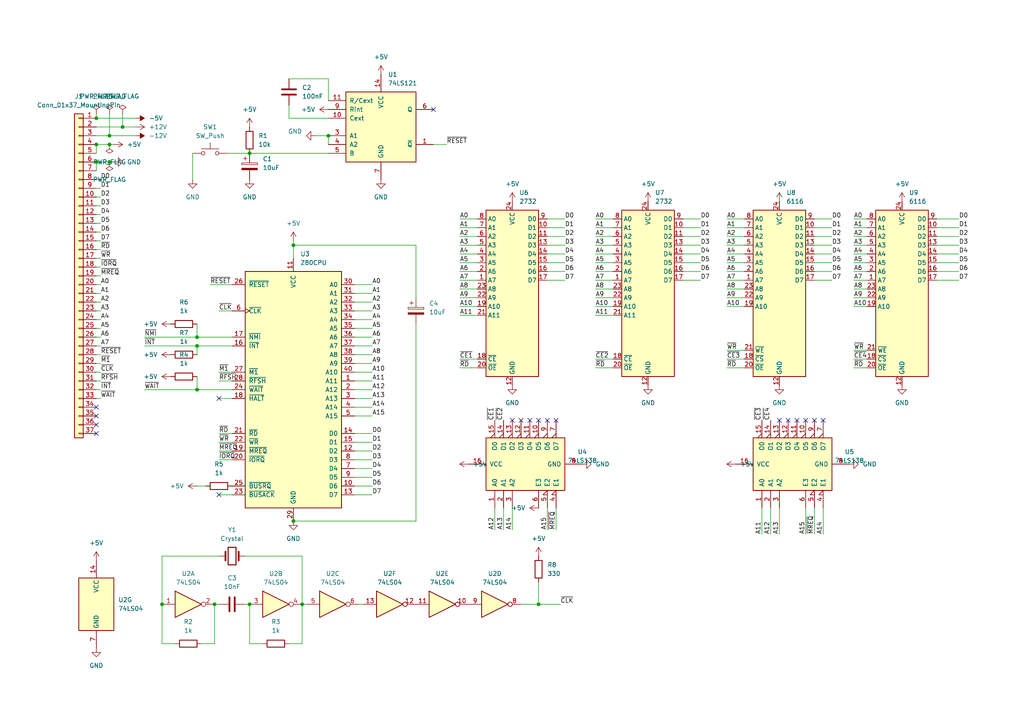
<source format=kicad_sch>
(kicad_sch (version 20211123) (generator eeschema)
  (paper "A4")
  (lib_symbols
    (symbol "74xx:74LS04"
      (property "Reference" "U" (at 0 1.27 0))
      (property "Value" "74LS04" (at 0 -1.27 0))
      (symbol "74LS04_1_0"
        (pin input line (at -7.62 0 0) (length 3.81) (name "~") (number "1"))
        (pin output inverted (at 7.62 0 180) (length 3.81) (name "~") (number "2"))
      )
      (symbol "74LS04_2_0"
        (pin input line (at -7.62 0 0) (length 3.81) (name "~") (number "3"))
        (pin output inverted (at 7.62 0 180) (length 3.81) (name "~") (number "4"))
      )
      (symbol "74LS04_3_0"
        (pin input line (at -7.62 0 0) (length 3.81) (name "~") (number "5"))
        (pin output inverted (at 7.62 0 180) (length 3.81) (name "~") (number "6"))
      )
      (symbol "74LS04_4_0"
        (pin output inverted (at 7.62 0 180) (length 3.81) (name "~") (number "8"))
        (pin input line (at -7.62 0 0) (length 3.81) (name "~") (number "9"))
      )
      (symbol "74LS04_5_0"
        (pin output inverted (at 7.62 0 180) (length 3.81) (name "~") (number "10"))
        (pin input line (at -7.62 0 0) (length 3.81) (name "~") (number "11"))
      )
      (symbol "74LS04_6_0"
        (pin output inverted (at 7.62 0 180) (length 3.81) (name "~") (number "12"))
        (pin input line (at -7.62 0 0) (length 3.81) (name "~") (number "13"))
      )
      (symbol "74LS04_7_0"
        (pin power_in line (at 0 12.7 270) (length 5.08) (name "VCC") (number "14"))
        (pin power_in line (at 0 -12.7 90) (length 5.08) (name "GND") (number "7"))
      )
    )
    (symbol "74xx:74LS121" (pin_names (offset 1.016))
      (property "Reference" "U" (at -7.62 11.43 0))
      (property "Value" "74LS121" (at -7.62 -11.43 0))
      (symbol "74LS121_1_0"
        (pin output line (at 15.24 -5.08 180) (length 5.08) (name "~{Q}") (number "1"))
        (pin input line (at -15.24 2.54 0) (length 5.08) (name "Cext") (number "10"))
        (pin input line (at -15.24 7.62 0) (length 5.08) (name "R/Cext") (number "11"))
        (pin power_in line (at 0 15.24 270) (length 5.08) (name "VCC") (number "14"))
        (pin input line (at -15.24 -2.54 0) (length 5.08) (name "A1") (number "3"))
        (pin input line (at -15.24 -5.08 0) (length 5.08) (name "A2") (number "4"))
        (pin input line (at -15.24 -7.62 0) (length 5.08) (name "B") (number "5"))
        (pin output line (at 15.24 5.08 180) (length 5.08) (name "Q") (number "6"))
        (pin power_in line (at 0 -15.24 90) (length 5.08) (name "GND") (number "7"))
        (pin input line (at -15.24 5.08 0) (length 5.08) (name "Rint") (number "9"))
      )
    )
    (symbol "74xx:74LS138" (pin_names (offset 1.016))
      (property "Reference" "U" (at -7.62 11.43 0))
      (property "Value" "74LS138" (at -7.62 -13.97 0))
      (symbol "74LS138_1_0"
        (pin input line (at -12.7 7.62 0) (length 5.08) (name "A0") (number "1"))
        (pin output output_low (at 12.7 -5.08 180) (length 5.08) (name "O5") (number "10"))
        (pin output output_low (at 12.7 -2.54 180) (length 5.08) (name "O4") (number "11"))
        (pin output output_low (at 12.7 0 180) (length 5.08) (name "O3") (number "12"))
        (pin output output_low (at 12.7 2.54 180) (length 5.08) (name "O2") (number "13"))
        (pin output output_low (at 12.7 5.08 180) (length 5.08) (name "O1") (number "14"))
        (pin output output_low (at 12.7 7.62 180) (length 5.08) (name "O0") (number "15"))
        (pin power_in line (at 0 15.24 270) (length 5.08) (name "VCC") (number "16"))
        (pin input line (at -12.7 5.08 0) (length 5.08) (name "A1") (number "2"))
        (pin input line (at -12.7 2.54 0) (length 5.08) (name "A2") (number "3"))
        (pin input input_low (at -12.7 -10.16 0) (length 5.08) (name "E1") (number "4"))
        (pin input input_low (at -12.7 -7.62 0) (length 5.08) (name "E2") (number "5"))
        (pin input line (at -12.7 -5.08 0) (length 5.08) (name "E3") (number "6"))
        (pin output output_low (at 12.7 -10.16 180) (length 5.08) (name "O7") (number "7"))
        (pin power_in line (at 0 -17.78 90) (length 5.08) (name "GND") (number "8"))
        (pin output output_low (at 12.7 -7.62 180) (length 5.08) (name "O6") (number "9"))
      )
    )
    (symbol "CPU:Z80CPU" (pin_names (offset 1.016))
      (property "Reference" "U" (at -13.97 35.56 0))
      (property "Value" "Z80CPU" (at 6.35 35.56 0))
      (symbol "Z80CPU_1_1"
        (pin output line (at 17.78 2.54 180) (length 3.81) (name "A11") (number "1"))
        (pin bidirectional line (at 17.78 -27.94 180) (length 3.81) (name "D6") (number "10"))
        (pin power_in line (at 0 38.1 270) (length 3.81) (name "VCC") (number "11"))
        (pin bidirectional line (at 17.78 -17.78 180) (length 3.81) (name "D2") (number "12"))
        (pin bidirectional line (at 17.78 -30.48 180) (length 3.81) (name "D7") (number "13"))
        (pin bidirectional line (at 17.78 -12.7 180) (length 3.81) (name "D0") (number "14"))
        (pin bidirectional line (at 17.78 -15.24 180) (length 3.81) (name "D1") (number "15"))
        (pin input line (at -17.78 12.7 0) (length 3.81) (name "~{INT}") (number "16"))
        (pin input line (at -17.78 15.24 0) (length 3.81) (name "~{NMI}") (number "17"))
        (pin output line (at -17.78 -2.54 0) (length 3.81) (name "~{HALT}") (number "18"))
        (pin output line (at -17.78 -17.78 0) (length 3.81) (name "~{MREQ}") (number "19"))
        (pin output line (at 17.78 0 180) (length 3.81) (name "A12") (number "2"))
        (pin output line (at -17.78 -20.32 0) (length 3.81) (name "~{IORQ}") (number "20"))
        (pin output line (at -17.78 -12.7 0) (length 3.81) (name "~{RD}") (number "21"))
        (pin output line (at -17.78 -15.24 0) (length 3.81) (name "~{WR}") (number "22"))
        (pin output line (at -17.78 -30.48 0) (length 3.81) (name "~{BUSACK}") (number "23"))
        (pin input line (at -17.78 0 0) (length 3.81) (name "~{WAIT}") (number "24"))
        (pin input line (at -17.78 -27.94 0) (length 3.81) (name "~{BUSRQ}") (number "25"))
        (pin input line (at -17.78 30.48 0) (length 3.81) (name "~{RESET}") (number "26"))
        (pin output line (at -17.78 5.08 0) (length 3.81) (name "~{M1}") (number "27"))
        (pin output line (at -17.78 2.54 0) (length 3.81) (name "~{RFSH}") (number "28"))
        (pin power_in line (at 0 -38.1 90) (length 3.81) (name "GND") (number "29"))
        (pin output line (at 17.78 -2.54 180) (length 3.81) (name "A13") (number "3"))
        (pin output line (at 17.78 30.48 180) (length 3.81) (name "A0") (number "30"))
        (pin output line (at 17.78 27.94 180) (length 3.81) (name "A1") (number "31"))
        (pin output line (at 17.78 25.4 180) (length 3.81) (name "A2") (number "32"))
        (pin output line (at 17.78 22.86 180) (length 3.81) (name "A3") (number "33"))
        (pin output line (at 17.78 20.32 180) (length 3.81) (name "A4") (number "34"))
        (pin output line (at 17.78 17.78 180) (length 3.81) (name "A5") (number "35"))
        (pin output line (at 17.78 15.24 180) (length 3.81) (name "A6") (number "36"))
        (pin output line (at 17.78 12.7 180) (length 3.81) (name "A7") (number "37"))
        (pin output line (at 17.78 10.16 180) (length 3.81) (name "A8") (number "38"))
        (pin output line (at 17.78 7.62 180) (length 3.81) (name "A9") (number "39"))
        (pin output line (at 17.78 -5.08 180) (length 3.81) (name "A14") (number "4"))
        (pin output line (at 17.78 5.08 180) (length 3.81) (name "A10") (number "40"))
        (pin output line (at 17.78 -7.62 180) (length 3.81) (name "A15") (number "5"))
        (pin input clock (at -17.78 22.86 0) (length 3.81) (name "~{CLK}") (number "6"))
        (pin bidirectional line (at 17.78 -22.86 180) (length 3.81) (name "D4") (number "7"))
        (pin bidirectional line (at 17.78 -20.32 180) (length 3.81) (name "D3") (number "8"))
        (pin bidirectional line (at 17.78 -25.4 180) (length 3.81) (name "D5") (number "9"))
      )
    )
    (symbol "Connector_Generic:Conn_01x37" (pin_names (offset 1.016) hide)
      (property "Reference" "J" (at 0 48.26 0))
      (property "Value" "Conn_01x37" (at 0 -48.26 0))
      (symbol "Conn_01x37_1_1"
        (pin passive line (at -5.08 45.72 0) (length 3.81) (name "Pin_1") (number "1"))
        (pin passive line (at -5.08 22.86 0) (length 3.81) (name "Pin_10") (number "10"))
        (pin passive line (at -5.08 20.32 0) (length 3.81) (name "Pin_11") (number "11"))
        (pin passive line (at -5.08 17.78 0) (length 3.81) (name "Pin_12") (number "12"))
        (pin passive line (at -5.08 15.24 0) (length 3.81) (name "Pin_13") (number "13"))
        (pin passive line (at -5.08 12.7 0) (length 3.81) (name "Pin_14") (number "14"))
        (pin passive line (at -5.08 10.16 0) (length 3.81) (name "Pin_15") (number "15"))
        (pin passive line (at -5.08 7.62 0) (length 3.81) (name "Pin_16") (number "16"))
        (pin passive line (at -5.08 5.08 0) (length 3.81) (name "Pin_17") (number "17"))
        (pin passive line (at -5.08 2.54 0) (length 3.81) (name "Pin_18") (number "18"))
        (pin passive line (at -5.08 0 0) (length 3.81) (name "Pin_19") (number "19"))
        (pin passive line (at -5.08 43.18 0) (length 3.81) (name "Pin_2") (number "2"))
        (pin passive line (at -5.08 -2.54 0) (length 3.81) (name "Pin_20") (number "20"))
        (pin passive line (at -5.08 -5.08 0) (length 3.81) (name "Pin_21") (number "21"))
        (pin passive line (at -5.08 -7.62 0) (length 3.81) (name "Pin_22") (number "22"))
        (pin passive line (at -5.08 -10.16 0) (length 3.81) (name "Pin_23") (number "23"))
        (pin passive line (at -5.08 -12.7 0) (length 3.81) (name "Pin_24") (number "24"))
        (pin passive line (at -5.08 -15.24 0) (length 3.81) (name "Pin_25") (number "25"))
        (pin passive line (at -5.08 -17.78 0) (length 3.81) (name "Pin_26") (number "26"))
        (pin passive line (at -5.08 -20.32 0) (length 3.81) (name "Pin_27") (number "27"))
        (pin passive line (at -5.08 -22.86 0) (length 3.81) (name "Pin_28") (number "28"))
        (pin passive line (at -5.08 -25.4 0) (length 3.81) (name "Pin_29") (number "29"))
        (pin passive line (at -5.08 40.64 0) (length 3.81) (name "Pin_3") (number "3"))
        (pin passive line (at -5.08 -27.94 0) (length 3.81) (name "Pin_30") (number "30"))
        (pin passive line (at -5.08 -30.48 0) (length 3.81) (name "Pin_31") (number "31"))
        (pin passive line (at -5.08 -33.02 0) (length 3.81) (name "Pin_32") (number "32"))
        (pin passive line (at -5.08 -35.56 0) (length 3.81) (name "Pin_33") (number "33"))
        (pin passive line (at -5.08 -38.1 0) (length 3.81) (name "Pin_34") (number "34"))
        (pin passive line (at -5.08 -40.64 0) (length 3.81) (name "Pin_35") (number "35"))
        (pin passive line (at -5.08 -43.18 0) (length 3.81) (name "Pin_36") (number "36"))
        (pin passive line (at -5.08 -45.72 0) (length 3.81) (name "Pin_37") (number "37"))
        (pin passive line (at -5.08 38.1 0) (length 3.81) (name "Pin_4") (number "4"))
        (pin passive line (at -5.08 35.56 0) (length 3.81) (name "Pin_5") (number "5"))
        (pin passive line (at -5.08 33.02 0) (length 3.81) (name "Pin_6") (number "6"))
        (pin passive line (at -5.08 30.48 0) (length 3.81) (name "Pin_7") (number "7"))
        (pin passive line (at -5.08 27.94 0) (length 3.81) (name "Pin_8") (number "8"))
        (pin passive line (at -5.08 25.4 0) (length 3.81) (name "Pin_9") (number "9"))
      )
    )
    (symbol "Device:C" (pin_numbers hide) (pin_names (offset 0.254))
      (property "Reference" "C" (at 0.635 2.54 0))
      (property "Value" "C" (at 0.635 -2.54 0))
      (symbol "C_1_1"
        (pin passive line (at 0 3.81 270) (length 2.794) (name "~") (number "1"))
        (pin passive line (at 0 -3.81 90) (length 2.794) (name "~") (number "2"))
      )
    )
    (symbol "Device:C_Polarized" (pin_numbers hide) (pin_names (offset 0.254))
      (property "Reference" "C" (at 0.635 2.54 0))
      (property "Value" "C_Polarized" (at 0.635 -2.54 0))
      (symbol "C_Polarized_1_1"
        (pin passive line (at 0 3.81 270) (length 2.794) (name "~") (number "1"))
        (pin passive line (at 0 -3.81 90) (length 2.794) (name "~") (number "2"))
      )
    )
    (symbol "Device:Crystal" (pin_numbers hide) (pin_names (offset 1.016) hide)
      (property "Reference" "Y" (at 0 3.81 0))
      (property "Value" "Crystal" (at 0 -3.81 0))
      (symbol "Crystal_1_1"
        (pin passive line (at -3.81 0 0) (length 1.27) (name "1") (number "1"))
        (pin passive line (at 3.81 0 180) (length 1.27) (name "2") (number "2"))
      )
    )
    (symbol "Device:R" (pin_numbers hide) (pin_names (offset 0))
      (property "Reference" "R" (at 2.032 0 90))
      (property "Value" "R" (at 0 0 90))
      (symbol "R_1_1"
        (pin passive line (at 0 3.81 270) (length 1.27) (name "~") (number "1"))
        (pin passive line (at 0 -3.81 90) (length 1.27) (name "~") (number "2"))
      )
    )
    (symbol "RetroChips:2732"
      (property "Reference" "U" (at -7.62 24.13 0))
      (property "Value" "2732" (at 2.54 -26.67 0))
      (symbol "2732_0_0"
        (pin input line (at -10.16 -2.54 0) (length 2.54) (name "A9") (number "22"))
        (pin input line (at -10.16 0 0) (length 2.54) (name "A8") (number "23"))
      )
      (symbol "2732_1_1"
        (pin input line (at -10.16 2.54 0) (length 2.54) (name "A7") (number "1"))
        (pin tri_state line (at 10.16 17.78 180) (length 2.54) (name "D1") (number "10"))
        (pin tri_state line (at 10.16 15.24 180) (length 2.54) (name "D2") (number "11"))
        (pin power_in line (at 0 -27.94 90) (length 2.54) (name "GND") (number "12"))
        (pin tri_state line (at 10.16 12.7 180) (length 2.54) (name "D3") (number "13"))
        (pin tri_state line (at 10.16 10.16 180) (length 2.54) (name "D4") (number "14"))
        (pin tri_state line (at 10.16 7.62 180) (length 2.54) (name "D5") (number "15"))
        (pin tri_state line (at 10.16 5.08 180) (length 2.54) (name "D6") (number "16"))
        (pin tri_state line (at 10.16 2.54 180) (length 2.54) (name "D7") (number "17"))
        (pin input line (at -10.16 -20.32 0) (length 2.54) (name "~{CE}") (number "18"))
        (pin input line (at -10.16 -5.08 0) (length 2.54) (name "A10") (number "19"))
        (pin input line (at -10.16 5.08 0) (length 2.54) (name "A6") (number "2"))
        (pin input line (at -10.16 -22.86 0) (length 2.54) (name "~{OE}") (number "20"))
        (pin input line (at -10.16 -7.62 0) (length 2.54) (name "A11") (number "21"))
        (pin power_in line (at 0 25.4 270) (length 2.54) (name "VCC") (number "24"))
        (pin input line (at -10.16 7.62 0) (length 2.54) (name "A5") (number "3"))
        (pin input line (at -10.16 10.16 0) (length 2.54) (name "A4") (number "4"))
        (pin input line (at -10.16 12.7 0) (length 2.54) (name "A3") (number "5"))
        (pin input line (at -10.16 15.24 0) (length 2.54) (name "A2") (number "6"))
        (pin input line (at -10.16 17.78 0) (length 2.54) (name "A1") (number "7"))
        (pin input line (at -10.16 20.32 0) (length 2.54) (name "A0") (number "8"))
        (pin tri_state line (at 10.16 20.32 180) (length 2.54) (name "D0") (number "9"))
      )
    )
    (symbol "RetroChips:6116"
      (property "Reference" "U" (at -7.62 24.13 0))
      (property "Value" "6116" (at 2.54 -26.67 0))
      (symbol "6116_0_0"
        (pin input line (at -10.16 -2.54 0) (length 2.54) (name "A9") (number "22"))
        (pin input line (at -10.16 0 0) (length 2.54) (name "A8") (number "23"))
      )
      (symbol "6116_1_1"
        (pin input line (at -10.16 2.54 0) (length 2.54) (name "A7") (number "1"))
        (pin tri_state line (at 10.16 17.78 180) (length 2.54) (name "D1") (number "10"))
        (pin tri_state line (at 10.16 15.24 180) (length 2.54) (name "D2") (number "11"))
        (pin power_in line (at 0 -27.94 90) (length 2.54) (name "GND") (number "12"))
        (pin tri_state line (at 10.16 12.7 180) (length 2.54) (name "D3") (number "13"))
        (pin tri_state line (at 10.16 10.16 180) (length 2.54) (name "D4") (number "14"))
        (pin tri_state line (at 10.16 7.62 180) (length 2.54) (name "D5") (number "15"))
        (pin tri_state line (at 10.16 5.08 180) (length 2.54) (name "D6") (number "16"))
        (pin tri_state line (at 10.16 2.54 180) (length 2.54) (name "D7") (number "17"))
        (pin input line (at -10.16 -20.32 0) (length 2.54) (name "~{CS}") (number "18"))
        (pin input line (at -10.16 -5.08 0) (length 2.54) (name "A10") (number "19"))
        (pin input line (at -10.16 5.08 0) (length 2.54) (name "A6") (number "2"))
        (pin input line (at -10.16 -22.86 0) (length 2.54) (name "~{OE}") (number "20"))
        (pin input line (at -10.16 -17.78 0) (length 2.54) (name "~{WE}") (number "21"))
        (pin power_in line (at 0 25.4 270) (length 2.54) (name "VCC") (number "24"))
        (pin input line (at -10.16 7.62 0) (length 2.54) (name "A5") (number "3"))
        (pin input line (at -10.16 10.16 0) (length 2.54) (name "A4") (number "4"))
        (pin input line (at -10.16 12.7 0) (length 2.54) (name "A3") (number "5"))
        (pin input line (at -10.16 15.24 0) (length 2.54) (name "A2") (number "6"))
        (pin input line (at -10.16 17.78 0) (length 2.54) (name "A1") (number "7"))
        (pin input line (at -10.16 20.32 0) (length 2.54) (name "A0") (number "8"))
        (pin tri_state line (at 10.16 20.32 180) (length 2.54) (name "D0") (number "9"))
      )
    )
    (symbol "Switch:SW_Push" (pin_numbers hide) (pin_names (offset 1.016) hide)
      (property "Reference" "SW" (at 1.27 2.54 0))
      (property "Value" "SW_Push" (at 0 -1.524 0))
      (symbol "SW_Push_0_1"
        (pin passive line (at -5.08 0 0) (length 2.54) (name "1") (number "1"))
        (pin passive line (at 5.08 0 180) (length 2.54) (name "2") (number "2"))
      )
    )
    (symbol "power:+12V" (power) (pin_names (offset 0))
      (property "Value" "+12V" (at 0 3.556 0))
      (symbol "+12V_1_1"
        (pin power_in line (at 0 0 90) (length 0) hide (name "+12V") (number "1"))
      )
    )
    (symbol "power:+5V" (power) (pin_names (offset 0))
      (property "Value" "+5V" (at 0 3.556 0))
      (symbol "+5V_1_1"
        (pin power_in line (at 0 0 90) (length 0) hide (name "+5V") (number "1"))
      )
    )
    (symbol "power:-12V" (power) (pin_names (offset 0))
      (property "Value" "-12V" (at 0 3.81 0))
      (symbol "-12V_0_0"
        (pin power_in line (at 0 0 90) (length 0) hide (name "-12V") (number "1"))
      )
    )
    (symbol "power:-5V" (power) (pin_names (offset 0))
      (property "Value" "-5V" (at 0 3.81 0))
      (symbol "-5V_0_0"
        (pin power_in line (at 0 0 90) (length 0) hide (name "-5V") (number "1"))
      )
    )
    (symbol "power:GND" (power) (pin_names (offset 0))
      (property "Value" "GND" (at 0 -3.81 0))
      (symbol "GND_1_1"
        (pin power_in line (at 0 0 270) (length 0) hide (name "GND") (number "1"))
      )
    )
    (symbol "power:PWR_FLAG" (power) (pin_numbers hide) (pin_names (offset 0) hide)
      (property "Value" "PWR_FLAG" (at 0 3.81 0))
      (symbol "PWR_FLAG_0_0"
        (pin power_out line (at 0 0 90) (length 0) (name "pwr") (number "1"))
      )
    )
  )
  (junction (at 31.75 39.37))
  (junction (at 57.15 113.03))
  (junction (at 57.15 100.33))
  (junction (at 156.21 175.26))
  (junction (at 87.63 175.26))
  (junction (at 31.75 46.99))
  (junction (at 27.94 46.99))
  (junction (at 35.56 36.83))
  (junction (at 62.23 175.26))
  (junction (at 95.25 39.37))
  (junction (at 85.09 71.12))
  (junction (at 27.94 34.29))
  (junction (at 57.15 97.79))
  (junction (at 72.39 44.45))
  (junction (at 31.75 41.91))
  (junction (at 27.94 41.91))
  (junction (at 46.99 175.26))
  (junction (at 85.09 151.13))
  (junction (at 72.39 175.26))
  (no_connect (at 148.59 121.92))
  (no_connect (at 151.13 121.92))
  (no_connect (at 153.67 121.92))
  (no_connect (at 156.21 121.92))
  (no_connect (at 158.75 121.92))
  (no_connect (at 161.29 121.92))
  (no_connect (at 233.68 121.92))
  (no_connect (at 236.22 121.92))
  (no_connect (at 238.76 121.92))
  (no_connect (at 226.06 121.92))
  (no_connect (at 228.6 121.92))
  (no_connect (at 231.14 121.92))
  (no_connect (at 27.94 120.65))
  (no_connect (at 27.94 118.11))
  (no_connect (at 27.94 125.73))
  (no_connect (at 27.94 123.19))
  (no_connect (at 63.5 143.51))
  (no_connect (at 63.5 115.57))
  (no_connect (at 125.73 31.75))
  (wire (pts (xy 236.22 63.5) (xy 241.3 63.5)))
  (wire (pts (xy 104.14 175.26) (xy 105.41 175.26)))
  (wire (pts (xy 133.35 81.28) (xy 138.43 81.28)))
  (wire (pts (xy 172.72 88.9) (xy 177.8 88.9)))
  (wire (pts (xy 31.75 46.99) (xy 33.02 46.99)))
  (wire (pts (xy 57.15 109.22) (xy 57.15 113.03)))
  (wire (pts (xy 161.29 147.32) (xy 161.29 153.67)))
  (wire (pts (xy 102.87 128.27) (xy 107.95 128.27)))
  (wire (pts (xy 133.35 66.04) (xy 138.43 66.04)))
  (wire (pts (xy 27.94 100.33) (xy 29.21 100.33)))
  (wire (pts (xy 223.52 147.32) (xy 223.52 154.94)))
  (wire (pts (xy 210.82 104.14) (xy 215.9 104.14)))
  (wire (pts (xy 83.82 30.48) (xy 83.82 34.29)))
  (wire (pts (xy 120.65 151.13) (xy 120.65 93.98)))
  (wire (pts (xy 102.87 105.41) (xy 107.95 105.41)))
  (wire (pts (xy 226.06 147.32) (xy 226.06 154.94)))
  (wire (pts (xy 102.87 113.03) (xy 107.95 113.03)))
  (wire (pts (xy 63.5 107.95) (xy 67.31 107.95)))
  (wire (pts (xy 102.87 120.65) (xy 107.95 120.65)))
  (wire (pts (xy 198.12 81.28) (xy 203.2 81.28)))
  (wire (pts (xy 247.65 66.04) (xy 251.46 66.04)))
  (wire (pts (xy 27.94 67.31) (xy 29.21 67.31)))
  (wire (pts (xy 87.63 186.69) (xy 83.82 186.69)))
  (wire (pts (xy 172.72 106.68) (xy 177.8 106.68)))
  (wire (pts (xy 102.87 135.89) (xy 107.95 135.89)))
  (wire (pts (xy 63.5 110.49) (xy 67.31 110.49)))
  (wire (pts (xy 133.35 83.82) (xy 138.43 83.82)))
  (wire (pts (xy 72.39 44.45) (xy 95.25 44.45)))
  (wire (pts (xy 39.37 39.37) (xy 31.75 39.37)))
  (wire (pts (xy 210.82 78.74) (xy 215.9 78.74)))
  (wire (pts (xy 172.72 66.04) (xy 177.8 66.04)))
  (wire (pts (xy 27.94 41.91) (xy 27.94 44.45)))
  (wire (pts (xy 247.65 78.74) (xy 251.46 78.74)))
  (wire (pts (xy 247.65 104.14) (xy 251.46 104.14)))
  (wire (pts (xy 63.5 125.73) (xy 67.31 125.73)))
  (wire (pts (xy 271.78 73.66) (xy 278.13 73.66)))
  (wire (pts (xy 72.39 186.69) (xy 72.39 175.26)))
  (wire (pts (xy 87.63 161.29) (xy 87.63 175.26)))
  (wire (pts (xy 102.87 102.87) (xy 107.95 102.87)))
  (wire (pts (xy 41.91 97.79) (xy 57.15 97.79)))
  (wire (pts (xy 156.21 175.26) (xy 162.56 175.26)))
  (wire (pts (xy 85.09 71.12) (xy 85.09 74.93)))
  (wire (pts (xy 158.75 81.28) (xy 163.83 81.28)))
  (wire (pts (xy 62.23 175.26) (xy 63.5 175.26)))
  (wire (pts (xy 27.94 74.93) (xy 29.21 74.93)))
  (wire (pts (xy 27.94 52.07) (xy 29.21 52.07)))
  (wire (pts (xy 27.94 72.39) (xy 29.21 72.39)))
  (wire (pts (xy 172.72 73.66) (xy 177.8 73.66)))
  (wire (pts (xy 27.94 46.99) (xy 27.94 49.53)))
  (wire (pts (xy 27.94 46.99) (xy 31.75 46.99)))
  (wire (pts (xy 27.94 113.03) (xy 29.21 113.03)))
  (wire (pts (xy 102.87 115.57) (xy 107.95 115.57)))
  (wire (pts (xy 271.78 81.28) (xy 278.13 81.28)))
  (wire (pts (xy 133.35 73.66) (xy 138.43 73.66)))
  (wire (pts (xy 27.94 59.69) (xy 29.21 59.69)))
  (wire (pts (xy 57.15 113.03) (xy 67.31 113.03)))
  (wire (pts (xy 247.65 73.66) (xy 251.46 73.66)))
  (wire (pts (xy 27.94 95.25) (xy 29.21 95.25)))
  (wire (pts (xy 236.22 68.58) (xy 241.3 68.58)))
  (wire (pts (xy 271.78 63.5) (xy 278.13 63.5)))
  (wire (pts (xy 62.23 186.69) (xy 62.23 175.26)))
  (wire (pts (xy 27.94 92.71) (xy 29.21 92.71)))
  (wire (pts (xy 133.35 76.2) (xy 138.43 76.2)))
  (wire (pts (xy 210.82 83.82) (xy 215.9 83.82)))
  (wire (pts (xy 27.94 41.91) (xy 31.75 41.91)))
  (wire (pts (xy 63.5 90.17) (xy 67.31 90.17)))
  (wire (pts (xy 210.82 101.6) (xy 215.9 101.6)))
  (wire (pts (xy 236.22 76.2) (xy 241.3 76.2)))
  (wire (pts (xy 271.78 66.04) (xy 278.13 66.04)))
  (wire (pts (xy 57.15 140.97) (xy 59.69 140.97)))
  (wire (pts (xy 87.63 175.26) (xy 87.63 186.69)))
  (wire (pts (xy 133.35 91.44) (xy 138.43 91.44)))
  (wire (pts (xy 158.75 71.12) (xy 163.83 71.12)))
  (wire (pts (xy 210.82 81.28) (xy 215.9 81.28)))
  (wire (pts (xy 102.87 87.63) (xy 107.95 87.63)))
  (wire (pts (xy 210.82 71.12) (xy 215.9 71.12)))
  (wire (pts (xy 85.09 69.85) (xy 85.09 71.12)))
  (wire (pts (xy 271.78 78.74) (xy 278.13 78.74)))
  (wire (pts (xy 102.87 97.79) (xy 107.95 97.79)))
  (wire (pts (xy 27.94 97.79) (xy 29.21 97.79)))
  (wire (pts (xy 39.37 34.29) (xy 27.94 34.29)))
  (wire (pts (xy 39.37 36.83) (xy 35.56 36.83)))
  (wire (pts (xy 247.65 71.12) (xy 251.46 71.12)))
  (wire (pts (xy 102.87 95.25) (xy 107.95 95.25)))
  (wire (pts (xy 102.87 125.73) (xy 107.95 125.73)))
  (wire (pts (xy 27.94 77.47) (xy 29.21 77.47)))
  (wire (pts (xy 158.75 63.5) (xy 163.83 63.5)))
  (wire (pts (xy 102.87 107.95) (xy 107.95 107.95)))
  (wire (pts (xy 247.65 63.5) (xy 251.46 63.5)))
  (wire (pts (xy 83.82 22.86) (xy 95.25 22.86)))
  (wire (pts (xy 27.94 107.95) (xy 29.21 107.95)))
  (wire (pts (xy 85.09 71.12) (xy 120.65 71.12)))
  (wire (pts (xy 133.35 78.74) (xy 138.43 78.74)))
  (wire (pts (xy 210.82 66.04) (xy 215.9 66.04)))
  (wire (pts (xy 125.73 41.91) (xy 129.54 41.91)))
  (wire (pts (xy 156.21 168.91) (xy 156.21 175.26)))
  (wire (pts (xy 57.15 97.79) (xy 67.31 97.79)))
  (wire (pts (xy 31.75 39.37) (xy 27.94 39.37)))
  (wire (pts (xy 63.5 143.51) (xy 67.31 143.51)))
  (wire (pts (xy 102.87 85.09) (xy 107.95 85.09)))
  (wire (pts (xy 236.22 81.28) (xy 241.3 81.28)))
  (wire (pts (xy 271.78 68.58) (xy 278.13 68.58)))
  (wire (pts (xy 27.94 64.77) (xy 29.21 64.77)))
  (wire (pts (xy 57.15 100.33) (xy 57.15 102.87)))
  (wire (pts (xy 58.42 186.69) (xy 62.23 186.69)))
  (wire (pts (xy 27.94 57.15) (xy 29.21 57.15)))
  (wire (pts (xy 236.22 71.12) (xy 241.3 71.12)))
  (wire (pts (xy 247.65 88.9) (xy 251.46 88.9)))
  (wire (pts (xy 247.65 68.58) (xy 251.46 68.58)))
  (wire (pts (xy 271.78 76.2) (xy 278.13 76.2)))
  (wire (pts (xy 102.87 92.71) (xy 107.95 92.71)))
  (wire (pts (xy 172.72 76.2) (xy 177.8 76.2)))
  (wire (pts (xy 247.65 81.28) (xy 251.46 81.28)))
  (wire (pts (xy 85.09 151.13) (xy 120.65 151.13)))
  (wire (pts (xy 172.72 81.28) (xy 177.8 81.28)))
  (wire (pts (xy 66.04 44.45) (xy 72.39 44.45)))
  (wire (pts (xy 210.82 76.2) (xy 215.9 76.2)))
  (wire (pts (xy 133.35 68.58) (xy 138.43 68.58)))
  (wire (pts (xy 102.87 118.11) (xy 107.95 118.11)))
  (wire (pts (xy 133.35 71.12) (xy 138.43 71.12)))
  (wire (pts (xy 198.12 78.74) (xy 203.2 78.74)))
  (wire (pts (xy 133.35 106.68) (xy 138.43 106.68)))
  (wire (pts (xy 27.94 82.55) (xy 29.21 82.55)))
  (wire (pts (xy 172.72 104.14) (xy 177.8 104.14)))
  (wire (pts (xy 156.21 175.26) (xy 151.13 175.26)))
  (wire (pts (xy 102.87 110.49) (xy 107.95 110.49)))
  (wire (pts (xy 31.75 33.02) (xy 31.75 39.37)))
  (wire (pts (xy 35.56 36.83) (xy 27.94 36.83)))
  (wire (pts (xy 46.99 161.29) (xy 46.99 175.26)))
  (wire (pts (xy 146.05 147.32) (xy 146.05 153.67)))
  (wire (pts (xy 102.87 90.17) (xy 107.95 90.17)))
  (wire (pts (xy 133.35 63.5) (xy 138.43 63.5)))
  (wire (pts (xy 210.82 106.68) (xy 215.9 106.68)))
  (wire (pts (xy 41.91 100.33) (xy 57.15 100.33)))
  (wire (pts (xy 27.94 62.23) (xy 29.21 62.23)))
  (wire (pts (xy 247.65 83.82) (xy 251.46 83.82)))
  (wire (pts (xy 158.75 73.66) (xy 163.83 73.66)))
  (wire (pts (xy 27.94 80.01) (xy 29.21 80.01)))
  (wire (pts (xy 57.15 93.98) (xy 57.15 97.79)))
  (wire (pts (xy 27.94 85.09) (xy 29.21 85.09)))
  (wire (pts (xy 31.75 41.91) (xy 33.02 41.91)))
  (wire (pts (xy 198.12 66.04) (xy 203.2 66.04)))
  (wire (pts (xy 210.82 88.9) (xy 215.9 88.9)))
  (wire (pts (xy 102.87 138.43) (xy 107.95 138.43)))
  (wire (pts (xy 102.87 143.51) (xy 107.95 143.51)))
  (wire (pts (xy 172.72 78.74) (xy 177.8 78.74)))
  (wire (pts (xy 158.75 68.58) (xy 163.83 68.58)))
  (wire (pts (xy 71.12 161.29) (xy 87.63 161.29)))
  (wire (pts (xy 271.78 71.12) (xy 278.13 71.12)))
  (wire (pts (xy 210.82 68.58) (xy 215.9 68.58)))
  (wire (pts (xy 60.96 82.55) (xy 67.31 82.55)))
  (wire (pts (xy 198.12 68.58) (xy 203.2 68.58)))
  (wire (pts (xy 27.94 115.57) (xy 29.21 115.57)))
  (wire (pts (xy 27.94 69.85) (xy 29.21 69.85)))
  (wire (pts (xy 172.72 91.44) (xy 177.8 91.44)))
  (wire (pts (xy 172.72 71.12) (xy 177.8 71.12)))
  (wire (pts (xy 247.65 76.2) (xy 251.46 76.2)))
  (wire (pts (xy 198.12 73.66) (xy 203.2 73.66)))
  (wire (pts (xy 27.94 33.02) (xy 27.94 34.29)))
  (wire (pts (xy 27.94 90.17) (xy 29.21 90.17)))
  (wire (pts (xy 120.65 71.12) (xy 120.65 86.36)))
  (wire (pts (xy 27.94 110.49) (xy 29.21 110.49)))
  (wire (pts (xy 198.12 63.5) (xy 203.2 63.5)))
  (wire (pts (xy 91.44 39.37) (xy 95.25 39.37)))
  (wire (pts (xy 102.87 100.33) (xy 107.95 100.33)))
  (wire (pts (xy 35.56 33.02) (xy 35.56 36.83)))
  (wire (pts (xy 63.5 161.29) (xy 46.99 161.29)))
  (wire (pts (xy 27.94 87.63) (xy 29.21 87.63)))
  (wire (pts (xy 172.72 86.36) (xy 177.8 86.36)))
  (wire (pts (xy 158.75 66.04) (xy 163.83 66.04)))
  (wire (pts (xy 95.25 22.86) (xy 95.25 29.21)))
  (wire (pts (xy 102.87 133.35) (xy 107.95 133.35)))
  (wire (pts (xy 63.5 130.81) (xy 67.31 130.81)))
  (wire (pts (xy 133.35 86.36) (xy 138.43 86.36)))
  (wire (pts (xy 41.91 113.03) (xy 57.15 113.03)))
  (wire (pts (xy 236.22 78.74) (xy 241.3 78.74)))
  (wire (pts (xy 233.68 147.32) (xy 233.68 154.94)))
  (wire (pts (xy 95.25 39.37) (xy 95.25 41.91)))
  (wire (pts (xy 198.12 71.12) (xy 203.2 71.12)))
  (wire (pts (xy 236.22 73.66) (xy 241.3 73.66)))
  (wire (pts (xy 236.22 147.32) (xy 236.22 154.94)))
  (wire (pts (xy 220.98 147.32) (xy 220.98 154.94)))
  (wire (pts (xy 210.82 73.66) (xy 215.9 73.66)))
  (wire (pts (xy 133.35 88.9) (xy 138.43 88.9)))
  (wire (pts (xy 148.59 147.32) (xy 148.59 153.67)))
  (wire (pts (xy 46.99 175.26) (xy 46.99 186.69)))
  (wire (pts (xy 63.5 128.27) (xy 67.31 128.27)))
  (wire (pts (xy 27.94 102.87) (xy 29.21 102.87)))
  (wire (pts (xy 236.22 66.04) (xy 241.3 66.04)))
  (wire (pts (xy 210.82 86.36) (xy 215.9 86.36)))
  (wire (pts (xy 102.87 130.81) (xy 107.95 130.81)))
  (wire (pts (xy 172.72 68.58) (xy 177.8 68.58)))
  (wire (pts (xy 143.51 147.32) (xy 143.51 153.67)))
  (wire (pts (xy 27.94 105.41) (xy 29.21 105.41)))
  (wire (pts (xy 102.87 82.55) (xy 107.95 82.55)))
  (wire (pts (xy 158.75 76.2) (xy 163.83 76.2)))
  (wire (pts (xy 63.5 133.35) (xy 67.31 133.35)))
  (wire (pts (xy 247.65 101.6) (xy 251.46 101.6)))
  (wire (pts (xy 247.65 106.68) (xy 251.46 106.68)))
  (wire (pts (xy 87.63 175.26) (xy 88.9 175.26)))
  (wire (pts (xy 27.94 54.61) (xy 29.21 54.61)))
  (wire (pts (xy 133.35 104.14) (xy 138.43 104.14)))
  (wire (pts (xy 76.2 186.69) (xy 72.39 186.69)))
  (wire (pts (xy 247.65 86.36) (xy 251.46 86.36)))
  (wire (pts (xy 158.75 147.32) (xy 158.75 153.67)))
  (wire (pts (xy 198.12 76.2) (xy 203.2 76.2)))
  (wire (pts (xy 55.88 44.45) (xy 55.88 52.07)))
  (wire (pts (xy 102.87 140.97) (xy 107.95 140.97)))
  (wire (pts (xy 71.12 175.26) (xy 72.39 175.26)))
  (wire (pts (xy 158.75 78.74) (xy 163.83 78.74)))
  (wire (pts (xy 172.72 63.5) (xy 177.8 63.5)))
  (wire (pts (xy 57.15 100.33) (xy 67.31 100.33)))
  (wire (pts (xy 172.72 83.82) (xy 177.8 83.82)))
  (wire (pts (xy 83.82 34.29) (xy 95.25 34.29)))
  (wire (pts (xy 238.76 147.32) (xy 238.76 154.94)))
  (wire (pts (xy 46.99 186.69) (xy 50.8 186.69)))
  (wire (pts (xy 210.82 63.5) (xy 215.9 63.5)))
  (wire (pts (xy 63.5 115.57) (xy 67.31 115.57)))
  (label "D2" (at 203.2 68.58 0))
  (label "~{RESET}" (at 60.96 82.55 0))
  (label "A9" (at 107.95 105.41 0))
  (label "D4" (at 163.83 73.66 0))
  (label "~{CE4}" (at 247.65 104.14 0))
  (label "D1" (at 163.83 66.04 0))
  (label "A1" (at 172.72 66.04 0))
  (label "A2" (at 172.72 68.58 0))
  (label "A2" (at 29.21 87.63 0))
  (label "A14" (at 107.95 118.11 0))
  (label "D5" (at 163.83 76.2 0))
  (label "A8" (at 210.82 83.82 0))
  (label "D2" (at 29.21 57.15 0))
  (label "~{RFSH}" (at 63.5 110.49 0))
  (label "A3" (at 107.95 90.17 0))
  (label "A2" (at 210.82 68.58 0))
  (label "D0" (at 163.83 63.5 0))
  (label "A1" (at 210.82 66.04 0))
  (label "~{RD}" (at 172.72 106.68 0))
  (label "A7" (at 210.82 81.28 0))
  (label "D5" (at 278.13 76.2 0))
  (label "A0" (at 210.82 63.5 0))
  (label "~{WR}" (at 29.21 74.93 0))
  (label "A3" (at 172.72 71.12 0))
  (label "A10" (at 172.72 88.9 0))
  (label "D4" (at 107.95 135.89 0))
  (label "D7" (at 107.95 143.51 0))
  (label "D1" (at 29.21 54.61 0))
  (label "A15" (at 158.75 153.67 90))
  (label "D7" (at 203.2 81.28 0))
  (label "D5" (at 107.95 138.43 0))
  (label "A11" (at 107.95 110.49 0))
  (label "~{CE2}" (at 146.05 121.92 90))
  (label "~{RFSH}" (at 29.21 110.49 0))
  (label "D3" (at 163.83 71.12 0))
  (label "D7" (at 241.3 81.28 0))
  (label "A14" (at 148.59 153.67 90))
  (label "~{CE4}" (at 223.52 121.92 90))
  (label "A14" (at 238.76 154.94 90))
  (label "~{M1}" (at 63.5 107.95 0))
  (label "A10" (at 133.35 88.9 0))
  (label "A3" (at 29.21 90.17 0))
  (label "~{CLK}" (at 29.21 107.95 0))
  (label "A9" (at 133.35 86.36 0))
  (label "A1" (at 247.65 66.04 0))
  (label "A0" (at 133.35 63.5 0))
  (label "D3" (at 107.95 133.35 0))
  (label "~{IORQ}" (at 29.21 77.47 0))
  (label "D2" (at 278.13 68.58 0))
  (label "D6" (at 278.13 78.74 0))
  (label "A1" (at 133.35 66.04 0))
  (label "A10" (at 247.65 88.9 0))
  (label "~{INT}" (at 29.21 113.03 0))
  (label "~{CLK}" (at 63.5 90.17 0))
  (label "D5" (at 203.2 76.2 0))
  (label "~{RD}" (at 210.82 106.68 0))
  (label "D3" (at 203.2 71.12 0))
  (label "A6" (at 247.65 78.74 0))
  (label "~{MREQ}" (at 161.29 153.67 90))
  (label "A8" (at 133.35 83.82 0))
  (label "~{CE1}" (at 133.35 104.14 0))
  (label "A15" (at 233.68 154.94 90))
  (label "A13" (at 107.95 115.57 0))
  (label "~{NMI}" (at 41.91 97.79 0))
  (label "A5" (at 107.95 95.25 0))
  (label "~{RD}" (at 133.35 106.68 0))
  (label "~{WR}" (at 210.82 101.6 0))
  (label "A7" (at 107.95 100.33 0))
  (label "A4" (at 29.21 92.71 0))
  (label "A7" (at 29.21 100.33 0))
  (label "D1" (at 278.13 66.04 0))
  (label "A1" (at 29.21 85.09 0))
  (label "D0" (at 241.3 63.5 0))
  (label "A6" (at 133.35 78.74 0))
  (label "D6" (at 163.83 78.74 0))
  (label "A1" (at 107.95 85.09 0))
  (label "D5" (at 29.21 64.77 0))
  (label "A4" (at 107.95 92.71 0))
  (label "D2" (at 163.83 68.58 0))
  (label "D4" (at 203.2 73.66 0))
  (label "D1" (at 241.3 66.04 0))
  (label "~{CE3}" (at 220.98 121.92 90))
  (label "D6" (at 29.21 67.31 0))
  (label "~{MREQ}" (at 29.21 80.01 0))
  (label "~{WR}" (at 63.5 128.27 0))
  (label "A15" (at 107.95 120.65 0))
  (label "D7" (at 29.21 69.85 0))
  (label "D2" (at 107.95 130.81 0))
  (label "D1" (at 107.95 128.27 0))
  (label "~{CLK}" (at 162.56 175.26 0))
  (label "D3" (at 29.21 59.69 0))
  (label "A13" (at 226.06 154.94 90))
  (label "A5" (at 210.82 76.2 0))
  (label "A9" (at 210.82 86.36 0))
  (label "D2" (at 241.3 68.58 0))
  (label "~{RD}" (at 247.65 106.68 0))
  (label "A11" (at 172.72 91.44 0))
  (label "A8" (at 172.72 83.82 0))
  (label "~{WAIT}" (at 29.21 115.57 0))
  (label "A7" (at 133.35 81.28 0))
  (label "A4" (at 172.72 73.66 0))
  (label "A0" (at 107.95 82.55 0))
  (label "D0" (at 278.13 63.5 0))
  (label "~{M1}" (at 29.21 105.41 0))
  (label "A5" (at 29.21 95.25 0))
  (label "D1" (at 203.2 66.04 0))
  (label "A10" (at 107.95 107.95 0))
  (label "A6" (at 29.21 97.79 0))
  (label "A2" (at 247.65 68.58 0))
  (label "A8" (at 247.65 83.82 0))
  (label "~{RD}" (at 63.5 125.73 0))
  (label "D7" (at 163.83 81.28 0))
  (label "~{CE2}" (at 172.72 104.14 0))
  (label "A7" (at 247.65 81.28 0))
  (label "A13" (at 146.05 153.67 90))
  (label "A7" (at 172.72 81.28 0))
  (label "~{RESET}" (at 129.54 41.91 0))
  (label "D4" (at 29.21 62.23 0))
  (label "~{CE1}" (at 143.51 121.92 90))
  (label "A0" (at 29.21 82.55 0))
  (label "D0" (at 203.2 63.5 0))
  (label "~{MREQ}" (at 63.5 130.81 0))
  (label "~{WR}" (at 247.65 101.6 0))
  (label "A4" (at 247.65 73.66 0))
  (label "D7" (at 278.13 81.28 0))
  (label "~{MREQ}" (at 236.22 154.94 90))
  (label "D4" (at 241.3 73.66 0))
  (label "A5" (at 247.65 76.2 0))
  (label "A6" (at 107.95 97.79 0))
  (label "~{RESET}" (at 29.21 102.87 0))
  (label "A0" (at 247.65 63.5 0))
  (label "A11" (at 133.35 91.44 0))
  (label "A6" (at 172.72 78.74 0))
  (label "A2" (at 107.95 87.63 0))
  (label "~{IORQ}" (at 63.5 133.35 0))
  (label "A11" (at 220.98 154.94 90))
  (label "D4" (at 278.13 73.66 0))
  (label "D6" (at 241.3 78.74 0))
  (label "A9" (at 172.72 86.36 0))
  (label "D0" (at 29.21 52.07 0))
  (label "~{WAIT}" (at 41.91 113.03 0))
  (label "A2" (at 133.35 68.58 0))
  (label "A3" (at 247.65 71.12 0))
  (label "~{CE3}" (at 210.82 104.14 0))
  (label "A6" (at 210.82 78.74 0))
  (label "~{RD}" (at 29.21 72.39 0))
  (label "A12" (at 223.52 154.94 90))
  (label "A3" (at 133.35 71.12 0))
  (label "D3" (at 278.13 71.12 0))
  (label "D0" (at 107.95 125.73 0))
  (label "A9" (at 247.65 86.36 0))
  (label "A5" (at 172.72 76.2 0))
  (label "D5" (at 241.3 76.2 0))
  (label "A4" (at 210.82 73.66 0))
  (label "A0" (at 172.72 63.5 0))
  (label "~{INT}" (at 41.91 100.33 0))
  (label "A3" (at 210.82 71.12 0))
  (label "D6" (at 107.95 140.97 0))
  (label "A10" (at 210.82 88.9 0))
  (label "A4" (at 133.35 73.66 0))
  (label "A12" (at 143.51 153.67 90))
  (label "A8" (at 107.95 102.87 0))
  (label "D3" (at 241.3 71.12 0))
  (label "D6" (at 203.2 78.74 0))
  (label "A5" (at 133.35 76.2 0))
  (label "A12" (at 107.95 113.03 0))
  (symbol (lib_id "74xx:74LS138") (at 228.6 134.62 90) (unit 1)
    (property "Reference" "U5" (at 246.38 131.0386 90))
    (property "Value" "74LS138" (at 246.38 133.5786 90))
    (property "Footprint" "Package_DIP:DIP-16_W7.62mm_Socket" (effects hide))
    (property "Datasheet" "http://www.ti.com/lit/gpn/sn74LS138" (effects hide))
  )
  (symbol (lib_id "Device:R") (at 72.39 40.64 0) (unit 1)
    (property "Reference" "R1" (at 74.93 39.3699 0) (effects (justify left)))
    (property "Value" "10k" (at 74.93 41.9099 0) (effects (justify left)))
    (property "Footprint" "Resistor_THT:R_Axial_DIN0207_L6.3mm_D2.5mm_P10.16mm_Horizontal" (effects hide))
  )
  (symbol (lib_id "power:+5V") (at 49.53 102.87 90) (unit 1)
    (property "Reference" "#PWR0109" (effects hide))
    (property "Value" "+5V" (at 45.72 102.8699 90) (effects (justify left)))
  )
  (symbol (lib_id "RetroChips:2732") (at 187.96 83.82 0) (unit 1)
    (property "Reference" "U7" (at 189.9794 55.88 0) (effects (justify left)))
    (property "Value" "2732" (at 189.9794 58.42 0) (effects (justify left)))
    (property "Footprint" "Package_DIP:DIP-24_W15.24mm_Socket" (effects hide))
    (property "Datasheet" "https://downloads.reactivemicro.com/Electronics/ROM/2764%20EPROM.pdf" (effects hide))
  )
  (symbol (lib_id "Device:R") (at 53.34 109.22 90) (unit 1)
    (property "Reference" "R4" (at 53.34 102.87 90))
    (property "Value" "1k" (at 53.34 105.41 90))
    (property "Footprint" "Resistor_THT:R_Axial_DIN0207_L6.3mm_D2.5mm_P10.16mm_Horizontal" (effects hide))
  )
  (symbol (lib_id "power:+5V") (at 33.02 41.91 270) (unit 1)
    (property "Reference" "#PWR0106" (effects hide))
    (property "Value" "+5V" (at 36.83 41.9099 90) (effects (justify left)))
  )
  (symbol (lib_id "power:+5V") (at 135.89 134.62 90) (unit 1)
    (property "Reference" "#PWR0124" (effects hide))
    (property "Value" "+5V" (at 137.16 134.6199 90) (effects (justify right)))
  )
  (symbol (lib_id "Switch:SW_Push") (at 60.96 44.45 0) (unit 1)
    (property "Reference" "SW1" (at 60.96 36.83 0))
    (property "Value" "SW_Push" (at 60.96 39.37 0))
    (property "Footprint" "Connector_PinHeader_2.54mm:PinHeader_1x02_P2.54mm_Vertical" (effects hide))
  )
  (symbol (lib_id "power:+5V") (at 148.59 58.42 0) (unit 1)
    (property "Reference" "#PWR0129" (effects hide))
    (property "Value" "+5V" (at 148.59 53.34 0))
  )
  (symbol (lib_id "power:GND") (at 27.94 187.96 0) (unit 1)
    (property "Reference" "#PWR0107" (effects hide))
    (property "Value" "GND" (at 27.94 193.04 0))
  )
  (symbol (lib_id "Device:R") (at 156.21 165.1 180) (unit 1)
    (property "Reference" "R8" (at 158.75 163.8299 0) (effects (justify right)))
    (property "Value" "330" (at 158.75 166.3699 0) (effects (justify right)))
    (property "Footprint" "Resistor_THT:R_Axial_DIN0207_L6.3mm_D2.5mm_P10.16mm_Horizontal" (effects hide))
  )
  (symbol (lib_id "Device:R") (at 80.01 186.69 270) (unit 1)
    (property "Reference" "R3" (at 80.01 180.34 90))
    (property "Value" "1k" (at 80.01 182.88 90))
    (property "Footprint" "Resistor_THT:R_Axial_DIN0207_L6.3mm_D2.5mm_P10.16mm_Horizontal" (effects hide))
  )
  (symbol (lib_id "Device:R") (at 63.5 140.97 90) (unit 1)
    (property "Reference" "R5" (at 63.5 134.62 90))
    (property "Value" "1k" (at 63.5 137.16 90))
    (property "Footprint" "Resistor_THT:R_Axial_DIN0207_L6.3mm_D2.5mm_P10.16mm_Horizontal" (effects hide))
  )
  (symbol (lib_id "RetroChips:6116") (at 261.62 83.82 0) (unit 1)
    (property "Reference" "U9" (at 263.6394 55.88 0) (effects (justify left)))
    (property "Value" "6116" (at 263.6394 58.42 0) (effects (justify left)))
    (property "Footprint" "Package_DIP:DIP-24_W15.24mm_Socket" (effects hide))
    (property "Datasheet" "https://downloads.reactivemicro.com/Electronics/ROM/2764%20EPROM.pdf" (effects hide))
  )
  (symbol (lib_id "power:GND") (at 187.96 111.76 0) (unit 1)
    (property "Reference" "#PWR0131" (effects hide))
    (property "Value" "GND" (at 187.96 116.84 0))
  )
  (symbol (lib_id "power:GND") (at 226.06 111.76 0) (unit 1)
    (property "Reference" "#PWR0133" (effects hide))
    (property "Value" "GND" (at 226.06 116.84 0))
  )
  (symbol (lib_id "Device:R") (at 53.34 93.98 90) (unit 1)
    (property "Reference" "R6" (at 53.34 87.63 90))
    (property "Value" "1k" (at 53.34 90.17 90))
    (property "Footprint" "Resistor_THT:R_Axial_DIN0207_L6.3mm_D2.5mm_P10.16mm_Horizontal" (effects hide))
  )
  (symbol (lib_id "Device:R") (at 54.61 186.69 270) (unit 1)
    (property "Reference" "R2" (at 54.61 180.34 90))
    (property "Value" "1k" (at 54.61 182.88 90))
    (property "Footprint" "Resistor_THT:R_Axial_DIN0207_L6.3mm_D2.5mm_P10.16mm_Horizontal" (effects hide))
  )
  (symbol (lib_id "CPU:Z80CPU") (at 85.09 113.03 0) (unit 1)
    (property "Reference" "U3" (at 87.1094 73.66 0) (effects (justify left)))
    (property "Value" "Z80CPU" (at 87.1094 76.2 0) (effects (justify left)))
    (property "Footprint" "Package_DIP:DIP-40_W15.24mm_Socket" (effects hide))
    (property "Datasheet" "www.zilog.com/manage_directlink.php?filepath=docs/z80/um0080" (effects hide))
  )
  (symbol (lib_id "power:+5V") (at 57.15 140.97 90) (unit 1)
    (property "Reference" "#PWR0111" (effects hide))
    (property "Value" "+5V" (at 53.34 140.9699 90) (effects (justify left)))
  )
  (symbol (lib_id "74xx:74LS04") (at 80.01 175.26 0) (unit 2)
    (property "Reference" "U2" (at 80.01 166.37 0))
    (property "Value" "74LS04" (at 80.01 168.91 0))
    (property "Footprint" "Package_DIP:DIP-14_W7.62mm_Socket" (effects hide))
    (property "Datasheet" "http://www.ti.com/lit/gpn/sn74LS04" (effects hide))
  )
  (symbol (lib_id "power:GND") (at 261.62 111.76 0) (unit 1)
    (property "Reference" "#PWR0134" (effects hide))
    (property "Value" "GND" (at 261.62 116.84 0))
  )
  (symbol (lib_id "power:GND") (at 246.38 134.62 90) (unit 1)
    (property "Reference" "#PWR0122" (effects hide))
    (property "Value" "GND" (at 250.19 134.6199 90) (effects (justify right)))
  )
  (symbol (lib_id "74xx:74LS04") (at 143.51 175.26 0) (unit 4)
    (property "Reference" "U2" (at 143.51 166.37 0))
    (property "Value" "74LS04" (at 143.51 168.91 0))
    (property "Footprint" "Package_DIP:DIP-14_W7.62mm_Socket" (effects hide))
    (property "Datasheet" "http://www.ti.com/lit/gpn/sn74LS04" (effects hide))
  )
  (symbol (lib_id "power:GND") (at 110.49 52.07 0) (unit 1)
    (property "Reference" "#PWR0114" (effects hide))
    (property "Value" "GND" (at 110.49 57.15 0))
  )
  (symbol (lib_id "power:+5V") (at 72.39 36.83 0) (unit 1)
    (property "Reference" "#PWR0117" (effects hide))
    (property "Value" "+5V" (at 72.39 31.75 0))
  )
  (symbol (lib_id "power:PWR_FLAG") (at 31.75 41.91 180) (unit 1)
    (property "Reference" "#FLG0101" (effects hide))
    (property "Value" "PWR_FLAG" (at 31.75 46.99 0))
  )
  (symbol (lib_id "74xx:74LS121") (at 110.49 36.83 0) (unit 1)
    (property "Reference" "U1" (at 112.5094 21.59 0) (effects (justify left)))
    (property "Value" "74LS121" (at 112.5094 24.13 0) (effects (justify left)))
    (property "Footprint" "Package_DIP:DIP-14_W7.62mm_Socket" (effects hide))
    (property "Datasheet" "http://www.ti.com/lit/gpn/sn74121" (effects hide))
  )
  (symbol (lib_id "power:-5V") (at 39.37 34.29 270) (unit 1)
    (property "Reference" "#PWR0102" (effects hide))
    (property "Value" "-5V" (at 43.18 34.2899 90) (effects (justify left)))
  )
  (symbol (lib_id "74xx:74LS04") (at 113.03 175.26 0) (unit 6)
    (property "Reference" "U2" (at 113.03 166.37 0))
    (property "Value" "74LS04" (at 113.03 168.91 0))
    (property "Footprint" "Package_DIP:DIP-14_W7.62mm_Socket" (effects hide))
    (property "Datasheet" "http://www.ti.com/lit/gpn/sn74LS04" (effects hide))
  )
  (symbol (lib_id "power:+5V") (at 27.94 162.56 0) (unit 1)
    (property "Reference" "#PWR0108" (effects hide))
    (property "Value" "+5V" (at 27.94 157.48 0))
  )
  (symbol (lib_id "power:PWR_FLAG") (at 27.94 33.02 0) (unit 1)
    (property "Reference" "#FLG0104" (effects hide))
    (property "Value" "PWR_FLAG" (at 27.94 27.94 0))
  )
  (symbol (lib_id "Device:C_Polarized") (at 120.65 90.17 0) (unit 1)
    (property "Reference" "C4" (at 124.46 88.0109 0) (effects (justify left)))
    (property "Value" "10uF" (at 124.46 90.5509 0) (effects (justify left)))
    (property "Footprint" "Capacitor_THT:CP_Radial_Tantal_D4.5mm_P5.00mm" (effects hide))
  )
  (symbol (lib_id "power:+5V") (at 226.06 58.42 0) (unit 1)
    (property "Reference" "#PWR0128" (effects hide))
    (property "Value" "+5V" (at 226.06 53.34 0))
  )
  (symbol (lib_id "74xx:74LS04") (at 96.52 175.26 0) (unit 3)
    (property "Reference" "U2" (at 96.52 166.37 0))
    (property "Value" "74LS04" (at 96.52 168.91 0))
    (property "Footprint" "Package_DIP:DIP-14_W7.62mm_Socket" (effects hide))
    (property "Datasheet" "http://www.ti.com/lit/gpn/sn74LS04" (effects hide))
  )
  (symbol (lib_id "power:+5V") (at 156.21 161.29 0) (unit 1)
    (property "Reference" "#PWR0121" (effects hide))
    (property "Value" "+5V" (at 156.21 156.21 0))
  )
  (symbol (lib_id "power:GND") (at 33.02 46.99 90) (unit 1)
    (property "Reference" "#PWR0135" (effects hide))
    (property "Value" "GND" (at 36.83 46.9899 90) (effects (justify right)))
  )
  (symbol (lib_id "Connector_Generic:Conn_01x37") (at 22.86 80.01 0) (mirror y) (unit 1)
    (property "Reference" "J1" (at 22.86 27.94 0))
    (property "Value" "Conn_01x37_MountingPin" (at 22.86 30.48 0))
    (property "Footprint" "Connector_PinHeader_2.54mm:PinHeader_1x37_P2.54mm_Horizontal" (effects hide))
  )
  (symbol (lib_id "power:PWR_FLAG") (at 31.75 46.99 180) (unit 1)
    (property "Reference" "#FLG0102" (effects hide))
    (property "Value" "PWR_FLAG" (at 31.75 52.07 0))
  )
  (symbol (lib_id "power:PWR_FLAG") (at 31.75 33.02 0) (unit 1)
    (property "Reference" "#FLG0103" (effects hide))
    (property "Value" "PWR_FLAG" (at 31.75 27.94 0))
  )
  (symbol (lib_id "Device:C_Polarized") (at 72.39 48.26 0) (unit 1)
    (property "Reference" "C1" (at 76.2 46.1009 0) (effects (justify left)))
    (property "Value" "10uF" (at 76.2 48.6409 0) (effects (justify left)))
    (property "Footprint" "Capacitor_THT:CP_Radial_Tantal_D4.5mm_P5.00mm" (effects hide))
  )
  (symbol (lib_id "Device:C") (at 67.31 175.26 270) (unit 1)
    (property "Reference" "C3" (at 67.31 167.64 90))
    (property "Value" "10nF" (at 67.31 170.18 90))
    (property "Footprint" "Capacitor_THT:C_Disc_D5.0mm_W2.5mm_P5.00mm" (effects hide))
  )
  (symbol (lib_id "power:GND") (at 148.59 111.76 0) (unit 1)
    (property "Reference" "#PWR0127" (effects hide))
    (property "Value" "GND" (at 148.59 116.84 0))
  )
  (symbol (lib_id "power:+5V") (at 110.49 21.59 0) (unit 1)
    (property "Reference" "#PWR0113" (effects hide))
    (property "Value" "+5V" (at 110.49 16.51 0))
  )
  (symbol (lib_id "74xx:74LS04") (at 128.27 175.26 0) (unit 5)
    (property "Reference" "U2" (at 128.27 166.37 0))
    (property "Value" "74LS04" (at 128.27 168.91 0))
    (property "Footprint" "Package_DIP:DIP-14_W7.62mm_Socket" (effects hide))
    (property "Datasheet" "http://www.ti.com/lit/gpn/sn74LS04" (effects hide))
  )
  (symbol (lib_id "Device:Crystal") (at 67.31 161.29 0) (unit 1)
    (property "Reference" "Y1" (at 67.31 153.67 0))
    (property "Value" "Crystal" (at 67.31 156.21 0))
    (property "Footprint" "Crystal:Crystal_HC18-U_Vertical" (effects hide))
  )
  (symbol (lib_id "power:GND") (at 168.91 134.62 90) (unit 1)
    (property "Reference" "#PWR0125" (effects hide))
    (property "Value" "GND" (at 172.72 134.6199 90) (effects (justify right)))
  )
  (symbol (lib_id "power:+5V") (at 261.62 58.42 0) (unit 1)
    (property "Reference" "#PWR0130" (effects hide))
    (property "Value" "+5V" (at 261.62 53.34 0))
  )
  (symbol (lib_id "RetroChips:6116") (at 226.06 83.82 0) (unit 1)
    (property "Reference" "U8" (at 228.0794 55.88 0) (effects (justify left)))
    (property "Value" "6116" (at 228.0794 58.42 0) (effects (justify left)))
    (property "Footprint" "Package_DIP:DIP-24_W15.24mm_Socket" (effects hide))
    (property "Datasheet" "https://downloads.reactivemicro.com/Electronics/ROM/2764%20EPROM.pdf" (effects hide))
  )
  (symbol (lib_id "power:+5V") (at 49.53 93.98 90) (unit 1)
    (property "Reference" "#PWR0112" (effects hide))
    (property "Value" "+5V" (at 45.72 93.9799 90) (effects (justify left)))
  )
  (symbol (lib_id "RetroChips:2732") (at 148.59 83.82 0) (unit 1)
    (property "Reference" "U6" (at 150.6094 55.88 0) (effects (justify left)))
    (property "Value" "2732" (at 150.6094 58.42 0) (effects (justify left)))
    (property "Footprint" "Package_DIP:DIP-24_W15.24mm_Socket" (effects hide))
    (property "Datasheet" "https://downloads.reactivemicro.com/Electronics/ROM/2764%20EPROM.pdf" (effects hide))
  )
  (symbol (lib_id "power:+12V") (at 39.37 36.83 270) (unit 1)
    (property "Reference" "#PWR0103" (effects hide))
    (property "Value" "+12V" (at 43.18 36.8299 90) (effects (justify left)))
  )
  (symbol (lib_id "74xx:74LS04") (at 27.94 175.26 0) (unit 7)
    (property "Reference" "U2" (at 34.29 173.9899 0) (effects (justify left)))
    (property "Value" "74LS04" (at 34.29 176.5299 0) (effects (justify left)))
    (property "Footprint" "Package_DIP:DIP-14_W7.62mm_Socket" (effects hide))
    (property "Datasheet" "http://www.ti.com/lit/gpn/sn74LS04" (effects hide))
  )
  (symbol (lib_id "Device:R") (at 53.34 102.87 270) (unit 1)
    (property "Reference" "R7" (at 53.34 96.52 90))
    (property "Value" "1k" (at 53.34 99.06 90))
    (property "Footprint" "Resistor_THT:R_Axial_DIN0207_L6.3mm_D2.5mm_P10.16mm_Horizontal" (effects hide))
  )
  (symbol (lib_id "power:GND") (at 72.39 52.07 0) (unit 1)
    (property "Reference" "#PWR0118" (effects hide))
    (property "Value" "GND" (at 72.39 57.15 0))
  )
  (symbol (lib_id "power:+5V") (at 85.09 69.85 0) (unit 1)
    (property "Reference" "#PWR0120" (effects hide))
    (property "Value" "+5V" (at 85.09 64.77 0))
  )
  (symbol (lib_id "power:PWR_FLAG") (at 35.56 33.02 0) (unit 1)
    (property "Reference" "#FLG0105" (effects hide))
    (property "Value" "PWR_FLAG" (at 35.56 27.94 0))
  )
  (symbol (lib_id "74xx:74LS138") (at 151.13 134.62 90) (unit 1)
    (property "Reference" "U4" (at 168.91 131.0386 90))
    (property "Value" "74LS138" (at 168.91 133.5786 90))
    (property "Footprint" "Package_DIP:DIP-16_W7.62mm_Socket" (effects hide))
    (property "Datasheet" "http://www.ti.com/lit/gpn/sn74LS138" (effects hide))
  )
  (symbol (lib_id "power:GND") (at 55.88 52.07 0) (unit 1)
    (property "Reference" "#PWR0119" (effects hide))
    (property "Value" "GND" (at 55.88 57.15 0))
  )
  (symbol (lib_id "power:+5V") (at 213.36 134.62 90) (unit 1)
    (property "Reference" "#PWR0123" (effects hide))
    (property "Value" "+5V" (at 214.63 134.6199 90) (effects (justify right)))
  )
  (symbol (lib_id "power:+5V") (at 95.25 31.75 90) (unit 1)
    (property "Reference" "#PWR0115" (effects hide))
    (property "Value" "+5V" (at 91.44 31.7499 90) (effects (justify left)))
  )
  (symbol (lib_id "power:+5V") (at 156.21 147.32 90) (unit 1)
    (property "Reference" "#PWR0126" (effects hide))
    (property "Value" "+5V" (at 152.4 147.3199 90) (effects (justify left)))
  )
  (symbol (lib_id "power:+5V") (at 49.53 109.22 90) (unit 1)
    (property "Reference" "#PWR0110" (effects hide))
    (property "Value" "+5V" (at 45.72 109.2199 90) (effects (justify left)))
  )
  (symbol (lib_id "power:+5V") (at 187.96 58.42 0) (unit 1)
    (property "Reference" "#PWR0132" (effects hide))
    (property "Value" "+5V" (at 187.96 53.34 0))
  )
  (symbol (lib_id "74xx:74LS04") (at 54.61 175.26 0) (unit 1)
    (property "Reference" "U2" (at 54.61 166.37 0))
    (property "Value" "74LS04" (at 54.61 168.91 0))
    (property "Footprint" "Package_DIP:DIP-14_W7.62mm_Socket" (effects hide))
    (property "Datasheet" "http://www.ti.com/lit/gpn/sn74LS04" (effects hide))
  )
  (symbol (lib_id "power:GND") (at 91.44 39.37 270) (unit 1)
    (property "Reference" "#PWR0116" (effects hide))
    (property "Value" "GND" (at 87.63 38.0999 90) (effects (justify right)))
  )
  (symbol (lib_id "power:GND") (at 85.09 151.13 0) (unit 1)
    (property "Reference" "#PWR0101" (effects hide))
    (property "Value" "GND" (at 85.09 156.21 0))
  )
  (symbol (lib_id "power:-12V") (at 39.37 39.37 270) (unit 1)
    (property "Reference" "#PWR0104" (effects hide))
    (property "Value" "-12V" (at 43.18 39.3699 90) (effects (justify left)))
  )
  (symbol (lib_id "Device:C") (at 83.82 26.67 0) (unit 1)
    (property "Reference" "C2" (at 87.63 25.3999 0) (effects (justify left)))
    (property "Value" "100nF" (at 87.63 27.9399 0) (effects (justify left)))
    (property "Footprint" "Capacitor_THT:C_Disc_D5.0mm_W2.5mm_P5.00mm" (effects hide))
  )
)
</source>
